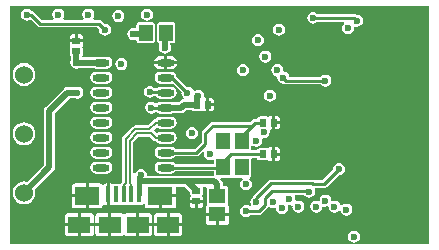
<source format=gbl>
%FSLAX25Y25*%
%MOIN*%
G70*
G01*
G75*
%ADD18C,0.06000*%
%ADD21R,0.02520X0.02362*%
%ADD22R,0.02362X0.02520*%
%ADD28R,0.05512X0.05118*%
%ADD30C,0.01000*%
%ADD34C,0.02000*%
%ADD35C,0.02362*%
%ADD36C,0.01968*%
%ADD37R,0.08268X0.06299*%
%ADD38R,0.01575X0.05315*%
%ADD39R,0.07480X0.05709*%
%ADD40O,0.05709X0.02362*%
%ADD41R,0.04528X0.05512*%
%ADD42R,0.04528X0.05315*%
%ADD43C,0.00811*%
%ADD44C,0.01968*%
%ADD45C,0.01575*%
G36*
X402500Y191004D02*
X377603D01*
X377553Y191504D01*
X378268Y191646D01*
X378919Y192081D01*
X379354Y192732D01*
X379507Y193500D01*
X379354Y194268D01*
X378919Y194919D01*
X378268Y195354D01*
X377500Y195507D01*
X376732Y195354D01*
X376081Y194919D01*
X375646Y194268D01*
X375493Y193500D01*
X375646Y192732D01*
X376081Y192081D01*
X376732Y191646D01*
X377447Y191504D01*
X377397Y191004D01*
X263003D01*
X263003Y270497D01*
X402500Y270497D01*
Y191004D01*
D02*
G37*
%LPC*%
G36*
X288071Y211216D02*
X284437D01*
X284047Y211139D01*
X283716Y210918D01*
X283495Y210587D01*
X283417Y210197D01*
Y207547D01*
X288071D01*
Y211216D01*
D02*
G37*
G36*
X295158Y211216D02*
X294870D01*
X294480Y211139D01*
X294149Y210918D01*
X294074Y210806D01*
X293501D01*
X293426Y210918D01*
X293095Y211139D01*
X292705Y211216D01*
X289071D01*
Y207047D01*
Y202878D01*
X292705D01*
X293095Y202956D01*
X293426Y203177D01*
X293647Y203507D01*
X293724Y203897D01*
X293738Y203906D01*
X293930Y204025D01*
X294224Y204111D01*
X294480Y203940D01*
X294870Y203862D01*
X295158D01*
Y207539D01*
Y211216D01*
D02*
G37*
G36*
X372500Y218007D02*
X371732Y217854D01*
X371081Y217419D01*
X370646Y216768D01*
X370493Y216000D01*
X370518Y215874D01*
X366956Y212313D01*
X364234D01*
X364113Y212394D01*
X363611Y212494D01*
X349681D01*
X349179Y212394D01*
X348753Y212109D01*
X344072Y207428D01*
X343787Y207002D01*
X343687Y206500D01*
Y206490D01*
X343581Y206419D01*
X343146Y205768D01*
X342993Y205000D01*
X343146Y204232D01*
X343220Y204121D01*
X343220Y204116D01*
X342975Y203587D01*
X342720Y203552D01*
X342268Y203854D01*
X341500Y204007D01*
X340732Y203854D01*
X340081Y203419D01*
X339646Y202768D01*
X339493Y202000D01*
X339646Y201232D01*
X340081Y200581D01*
X340732Y200146D01*
X341500Y199993D01*
X342268Y200146D01*
X342919Y200581D01*
X342990Y200687D01*
X345792D01*
X346294Y200787D01*
X346720Y201072D01*
X348609Y202961D01*
X348784Y203223D01*
X348919Y203386D01*
X349400Y203368D01*
X349732Y203146D01*
X350500Y202993D01*
X351003Y203093D01*
X351347Y203028D01*
X351547Y202730D01*
X351646Y202232D01*
X352081Y201581D01*
X352732Y201146D01*
X353500Y200993D01*
X354268Y201146D01*
X354919Y201581D01*
X355354Y202232D01*
X355507Y203000D01*
X355387Y203605D01*
X355661Y203967D01*
X355771Y204038D01*
X356000Y203993D01*
X356605Y204113D01*
X356967Y203839D01*
X357038Y203729D01*
X356993Y203500D01*
X357146Y202732D01*
X357581Y202081D01*
X358232Y201646D01*
X359000Y201493D01*
X359768Y201646D01*
X360419Y202081D01*
X360854Y202732D01*
X361007Y203500D01*
X360854Y204268D01*
X360419Y204919D01*
X359768Y205354D01*
X359000Y205507D01*
X358395Y205387D01*
X358033Y205661D01*
X357962Y205771D01*
X358007Y206000D01*
X357854Y206768D01*
X357748Y206927D01*
X357983Y207368D01*
X360889D01*
X361081Y207081D01*
X361732Y206646D01*
X362500Y206493D01*
X363268Y206646D01*
X363919Y207081D01*
X364354Y207732D01*
X364507Y208500D01*
X364370Y209187D01*
X364614Y209687D01*
X367500D01*
X368002Y209787D01*
X368428Y210072D01*
X372374Y214018D01*
X372500Y213993D01*
X373268Y214146D01*
X373919Y214581D01*
X374354Y215232D01*
X374507Y216000D01*
X374354Y216768D01*
X373919Y217419D01*
X373268Y217854D01*
X372500Y218007D01*
D02*
G37*
G36*
X368000Y207507D02*
X367232Y207354D01*
X366581Y206919D01*
X366146Y206268D01*
X366047Y205770D01*
X365847Y205472D01*
X365503Y205407D01*
X365000Y205507D01*
X364232Y205354D01*
X363581Y204919D01*
X363146Y204268D01*
X362993Y203500D01*
X363146Y202732D01*
X363581Y202081D01*
X364232Y201646D01*
X365000Y201493D01*
X365768Y201646D01*
X366419Y202081D01*
X366854Y202732D01*
X366953Y203230D01*
X367153Y203528D01*
X367497Y203593D01*
X368000Y203493D01*
X368503Y203593D01*
X368847Y203528D01*
X369046Y203230D01*
X369146Y202732D01*
X369581Y202081D01*
X370232Y201646D01*
X371000Y201493D01*
X371768Y201646D01*
X372419Y202081D01*
X372533Y202251D01*
X373063Y202145D01*
X373146Y201732D01*
X373581Y201081D01*
X374232Y200646D01*
X375000Y200493D01*
X375768Y200646D01*
X376419Y201081D01*
X376854Y201732D01*
X377007Y202500D01*
X376854Y203268D01*
X376419Y203919D01*
X375768Y204354D01*
X375000Y204507D01*
X374232Y204354D01*
X373581Y203919D01*
X373467Y203749D01*
X372937Y203855D01*
X372854Y204268D01*
X372419Y204919D01*
X371768Y205354D01*
X371000Y205507D01*
X370497Y205407D01*
X370153Y205472D01*
X369953Y205770D01*
X369854Y206268D01*
X369419Y206919D01*
X368768Y207354D01*
X368000Y207507D01*
D02*
G37*
G36*
X318134Y206547D02*
X313480D01*
Y202878D01*
X317114D01*
X317504Y202956D01*
X317835Y203177D01*
X318056Y203507D01*
X318134Y203898D01*
Y206547D01*
D02*
G37*
G36*
X324500Y204768D02*
X322721D01*
Y204087D01*
X322798Y203696D01*
X323019Y203366D01*
X323350Y203145D01*
X323740Y203067D01*
X324500D01*
Y204768D01*
D02*
G37*
G36*
X327279D02*
X325500D01*
Y203067D01*
X326260D01*
X326650Y203145D01*
X326981Y203366D01*
X327202Y203696D01*
X327279Y204087D01*
Y204768D01*
D02*
G37*
G36*
X294945Y218507D02*
X291598D01*
X290830Y218354D01*
X290179Y217919D01*
X289744Y217268D01*
X289591Y216500D01*
X289744Y215732D01*
X290179Y215081D01*
X290830Y214646D01*
X291598Y214493D01*
X294945D01*
X295713Y214646D01*
X296364Y215081D01*
X296799Y215732D01*
X296952Y216500D01*
X296799Y217268D01*
X296364Y217919D01*
X295713Y218354D01*
X294945Y218507D01*
D02*
G37*
G36*
Y228507D02*
X291598D01*
X290830Y228354D01*
X290179Y227919D01*
X289744Y227268D01*
X289591Y226500D01*
X289744Y225732D01*
X290179Y225081D01*
X290830Y224646D01*
X291598Y224493D01*
X294945D01*
X295713Y224646D01*
X296364Y225081D01*
X296799Y225732D01*
X296952Y226500D01*
X296799Y227268D01*
X296364Y227919D01*
X295713Y228354D01*
X294945Y228507D01*
D02*
G37*
G36*
X323500Y230007D02*
X322732Y229854D01*
X322081Y229419D01*
X321646Y228768D01*
X321493Y228000D01*
X321646Y227232D01*
X322081Y226581D01*
X322732Y226146D01*
X323500Y225993D01*
X324268Y226146D01*
X324919Y226581D01*
X325354Y227232D01*
X325507Y228000D01*
X325354Y228768D01*
X324919Y229419D01*
X324268Y229854D01*
X323500Y230007D01*
D02*
G37*
G36*
X352933Y231000D02*
X351232D01*
Y229221D01*
X351913D01*
X352304Y229298D01*
X352634Y229519D01*
X352855Y229850D01*
X352933Y230240D01*
Y231000D01*
D02*
G37*
G36*
X267500Y231635D02*
X266511Y231505D01*
X265590Y231123D01*
X264799Y230516D01*
X264192Y229725D01*
X263810Y228804D01*
X263680Y227815D01*
X263810Y226826D01*
X264192Y225905D01*
X264799Y225114D01*
X265590Y224507D01*
X266511Y224125D01*
X267500Y223995D01*
X268489Y224125D01*
X269410Y224507D01*
X270201Y225114D01*
X270808Y225905D01*
X271190Y226826D01*
X271320Y227815D01*
X271190Y228804D01*
X270808Y229725D01*
X270201Y230516D01*
X269410Y231123D01*
X268489Y231505D01*
X267500Y231635D01*
D02*
G37*
G36*
X352933Y220500D02*
X351232D01*
Y218721D01*
X351913D01*
X352304Y218798D01*
X352634Y219019D01*
X352855Y219350D01*
X352933Y219740D01*
Y220500D01*
D02*
G37*
G36*
X294945Y223507D02*
X291598D01*
X290830Y223354D01*
X290179Y222919D01*
X289744Y222268D01*
X289591Y221500D01*
X289744Y220732D01*
X290179Y220081D01*
X290830Y219646D01*
X291598Y219493D01*
X294945D01*
X295713Y219646D01*
X296364Y220081D01*
X296799Y220732D01*
X296952Y221500D01*
X296799Y222268D01*
X296364Y222919D01*
X295713Y223354D01*
X294945Y223507D01*
D02*
G37*
G36*
X351913Y223279D02*
X351232D01*
Y221500D01*
X352933D01*
Y222260D01*
X352855Y222650D01*
X352634Y222981D01*
X352304Y223202D01*
X351913Y223279D01*
D02*
G37*
G36*
X288071Y206547D02*
X283417D01*
Y203898D01*
X283495Y203507D01*
X283716Y203177D01*
X284047Y202956D01*
X284437Y202878D01*
X288071D01*
Y206547D01*
D02*
G37*
G36*
X315039Y197000D02*
X310780D01*
Y194646D01*
X310857Y194255D01*
X311078Y193925D01*
X311409Y193704D01*
X311799Y193626D01*
X315039D01*
Y197000D01*
D02*
G37*
G36*
X320299D02*
X316039D01*
Y193626D01*
X319280D01*
X319670Y193704D01*
X320001Y193925D01*
X320221Y194255D01*
X320299Y194646D01*
Y197000D01*
D02*
G37*
G36*
X331500Y200350D02*
X328224D01*
Y198291D01*
X328302Y197901D01*
X328523Y197570D01*
X328854Y197349D01*
X329244Y197272D01*
X331500D01*
Y200350D01*
D02*
G37*
G36*
X310260Y197000D02*
X306000D01*
Y193626D01*
X309240D01*
X309630Y193704D01*
X309961Y193925D01*
X310182Y194255D01*
X310260Y194646D01*
Y197000D01*
D02*
G37*
G36*
X285512D02*
X281252D01*
Y194646D01*
X281330Y194255D01*
X281551Y193925D01*
X281881Y193704D01*
X282272Y193626D01*
X285512D01*
Y197000D01*
D02*
G37*
G36*
X290772D02*
X286512D01*
Y193626D01*
X289752D01*
X290142Y193704D01*
X290473Y193925D01*
X290694Y194255D01*
X290772Y194646D01*
Y197000D01*
D02*
G37*
G36*
X295551D02*
X291291D01*
Y194646D01*
X291369Y194255D01*
X291590Y193925D01*
X291921Y193704D01*
X292311Y193626D01*
X295551D01*
Y197000D01*
D02*
G37*
G36*
X335775Y200350D02*
X332500D01*
Y197272D01*
X334756D01*
X335146Y197349D01*
X335477Y197570D01*
X335698Y197901D01*
X335775Y198291D01*
Y200350D01*
D02*
G37*
G36*
X319280Y201374D02*
X316039D01*
Y198000D01*
X320299D01*
Y200354D01*
X320221Y200745D01*
X320001Y201075D01*
X319670Y201296D01*
X319280Y201374D01*
D02*
G37*
G36*
X309240D02*
X306000D01*
Y198000D01*
X310260D01*
Y200354D01*
X310182Y200745D01*
X309961Y201075D01*
X309630Y201296D01*
X309240Y201374D01*
D02*
G37*
G36*
X305000D02*
X301760D01*
X301370Y201296D01*
X301039Y201075D01*
X300512D01*
X300182Y201296D01*
X299791Y201374D01*
X296551D01*
Y197500D01*
Y193626D01*
X299791D01*
X300182Y193704D01*
X300512Y193925D01*
X301039D01*
X301370Y193704D01*
X301760Y193626D01*
X305000D01*
Y197500D01*
Y201374D01*
D02*
G37*
G36*
X289752D02*
X286512D01*
Y198000D01*
X290772D01*
Y200354D01*
X290694Y200745D01*
X290473Y201075D01*
X290142Y201296D01*
X289752Y201374D01*
D02*
G37*
G36*
X295551D02*
X292311D01*
X291921Y201296D01*
X291590Y201075D01*
X291369Y200745D01*
X291291Y200354D01*
Y198000D01*
X295551D01*
Y201374D01*
D02*
G37*
G36*
X315039D02*
X311799D01*
X311409Y201296D01*
X311078Y201075D01*
X310857Y200745D01*
X310780Y200354D01*
Y198000D01*
X315039D01*
Y201374D01*
D02*
G37*
G36*
X285512D02*
X282272D01*
X281881Y201296D01*
X281551Y201075D01*
X281330Y200745D01*
X281252Y200354D01*
Y198000D01*
X285512D01*
Y201374D01*
D02*
G37*
G36*
X316402Y253724D02*
X315228D01*
Y252000D01*
X318526D01*
X318456Y252351D01*
X317974Y253073D01*
X317253Y253555D01*
X316402Y253724D01*
D02*
G37*
G36*
X314228D02*
X313055D01*
X312204Y253555D01*
X311483Y253073D01*
X311001Y252351D01*
X310931Y252000D01*
X314228D01*
Y253724D01*
D02*
G37*
G36*
X345500Y261007D02*
X344732Y260854D01*
X344081Y260419D01*
X343646Y259768D01*
X343493Y259000D01*
X343646Y258232D01*
X344081Y257581D01*
X344732Y257146D01*
X345500Y256993D01*
X346268Y257146D01*
X346919Y257581D01*
X347354Y258232D01*
X347507Y259000D01*
X347354Y259768D01*
X346919Y260419D01*
X346268Y260854D01*
X345500Y261007D01*
D02*
G37*
G36*
X317209Y264960D02*
X312681D01*
X312374Y264899D01*
X312113Y264725D01*
X311939Y264465D01*
X311878Y264158D01*
Y258842D01*
X311939Y258535D01*
X312113Y258275D01*
X312374Y258101D01*
X312678Y258040D01*
Y257316D01*
X312646Y257268D01*
X312493Y256500D01*
X312646Y255732D01*
X313081Y255081D01*
X313732Y254646D01*
X314500Y254493D01*
X315268Y254646D01*
X315919Y255081D01*
X316354Y255732D01*
X316507Y256500D01*
X316354Y257268D01*
X316322Y257316D01*
Y258040D01*
X317209D01*
X317516Y258101D01*
X317776Y258275D01*
X317950Y258535D01*
X318011Y258842D01*
Y264158D01*
X317950Y264465D01*
X317776Y264725D01*
X317516Y264899D01*
X317209Y264960D01*
D02*
G37*
G36*
X318526Y251000D02*
X315228D01*
Y249276D01*
X316402D01*
X317253Y249445D01*
X317974Y249927D01*
X318456Y250649D01*
X318526Y251000D01*
D02*
G37*
G36*
X314228D02*
X310931D01*
X311001Y250649D01*
X311483Y249927D01*
X312204Y249445D01*
X313055Y249276D01*
X314228D01*
Y251000D01*
D02*
G37*
G36*
X348000Y255507D02*
X347232Y255354D01*
X346581Y254919D01*
X346146Y254268D01*
X345993Y253500D01*
X346146Y252732D01*
X346581Y252081D01*
X347232Y251646D01*
X348000Y251493D01*
X348768Y251646D01*
X349419Y252081D01*
X349854Y252732D01*
X350007Y253500D01*
X349854Y254268D01*
X349419Y254919D01*
X348768Y255354D01*
X348000Y255507D01*
D02*
G37*
G36*
X287279Y258232D02*
X285000D01*
X282721D01*
Y257551D01*
X282798Y257161D01*
X283019Y256830D01*
X283039Y256817D01*
X282998Y256756D01*
X282937Y256449D01*
Y254087D01*
X282998Y253779D01*
X283172Y253519D01*
X283178Y253516D01*
Y252316D01*
X283146Y252268D01*
X282993Y251500D01*
X283146Y250732D01*
X283581Y250081D01*
X284232Y249646D01*
X285000Y249493D01*
X285768Y249646D01*
X285840Y249694D01*
X290759D01*
X290830Y249646D01*
X291598Y249493D01*
X294945D01*
X295713Y249646D01*
X296364Y250081D01*
X296799Y250732D01*
X296952Y251500D01*
X296799Y252268D01*
X296364Y252919D01*
X295713Y253354D01*
X294945Y253507D01*
X291598D01*
X290830Y253354D01*
X290759Y253306D01*
X287287D01*
X287006Y253772D01*
X287007Y253806D01*
X287063Y254087D01*
Y256449D01*
X287002Y256756D01*
X286961Y256817D01*
X286981Y256830D01*
X287202Y257161D01*
X287279Y257551D01*
Y258232D01*
D02*
G37*
G36*
X299000Y269007D02*
X298232Y268854D01*
X297581Y268419D01*
X297146Y267768D01*
X296993Y267000D01*
X297146Y266232D01*
X297581Y265581D01*
X298232Y265146D01*
X299000Y264993D01*
X299768Y265146D01*
X300419Y265581D01*
X300854Y266232D01*
X301007Y267000D01*
X300854Y267768D01*
X300419Y268419D01*
X299768Y268854D01*
X299000Y269007D01*
D02*
G37*
G36*
X363874Y268381D02*
X363106Y268228D01*
X362455Y267793D01*
X362020Y267142D01*
X361867Y266374D01*
X362020Y265606D01*
X362455Y264955D01*
X363106Y264520D01*
X363874Y264367D01*
X364642Y264520D01*
X365293Y264955D01*
X365364Y265061D01*
X374142D01*
X374294Y264561D01*
X374081Y264419D01*
X373646Y263768D01*
X373493Y263000D01*
X373646Y262232D01*
X374081Y261581D01*
X374732Y261146D01*
X375500Y260993D01*
X376268Y261146D01*
X376919Y261581D01*
X377354Y262232D01*
X377507Y263000D01*
X377462Y263229D01*
X377533Y263339D01*
X377895Y263613D01*
X378500Y263493D01*
X379268Y263646D01*
X379919Y264081D01*
X380354Y264732D01*
X380507Y265500D01*
X380354Y266268D01*
X379919Y266919D01*
X379268Y267354D01*
X378500Y267507D01*
X378305Y267468D01*
X378128Y267587D01*
X377626Y267687D01*
X365364D01*
X365293Y267793D01*
X364642Y268228D01*
X363874Y268381D01*
D02*
G37*
G36*
X289000Y269507D02*
X288232Y269354D01*
X287581Y268919D01*
X287146Y268268D01*
X286993Y267500D01*
X287146Y266732D01*
X287426Y266313D01*
X287159Y265813D01*
X280841D01*
X280574Y266313D01*
X280854Y266732D01*
X281007Y267500D01*
X280854Y268268D01*
X280419Y268919D01*
X279768Y269354D01*
X279000Y269507D01*
X278232Y269354D01*
X277581Y268919D01*
X277146Y268268D01*
X276993Y267500D01*
X277146Y266732D01*
X277426Y266313D01*
X277159Y265813D01*
X273544D01*
X270928Y268428D01*
X270502Y268713D01*
X270000Y268813D01*
X269990D01*
X269919Y268919D01*
X269268Y269354D01*
X268500Y269507D01*
X267732Y269354D01*
X267081Y268919D01*
X266646Y268268D01*
X266493Y267500D01*
X266646Y266732D01*
X267081Y266081D01*
X267732Y265646D01*
X268500Y265493D01*
X269268Y265646D01*
X269706Y265938D01*
X272072Y263572D01*
X272498Y263287D01*
X273000Y263187D01*
X291956D01*
X292518Y262626D01*
X292493Y262500D01*
X292646Y261732D01*
X293081Y261081D01*
X293732Y260646D01*
X294500Y260493D01*
X295268Y260646D01*
X295919Y261081D01*
X296354Y261732D01*
X296507Y262500D01*
X296354Y263268D01*
X295919Y263919D01*
X295268Y264354D01*
X294500Y264507D01*
X294374Y264482D01*
X293428Y265428D01*
X293002Y265713D01*
X292500Y265813D01*
X290841D01*
X290574Y266313D01*
X290854Y266732D01*
X291007Y267500D01*
X290854Y268268D01*
X290419Y268919D01*
X289768Y269354D01*
X289000Y269507D01*
D02*
G37*
G36*
X308500D02*
X307732Y269354D01*
X307081Y268919D01*
X306646Y268268D01*
X306493Y267500D01*
X306646Y266732D01*
X307081Y266081D01*
X307732Y265646D01*
X308500Y265493D01*
X309268Y265646D01*
X309919Y266081D01*
X310354Y266732D01*
X310507Y267500D01*
X310354Y268268D01*
X309919Y268919D01*
X309268Y269354D01*
X308500Y269507D01*
D02*
G37*
G36*
X286260Y260933D02*
X285500D01*
Y259232D01*
X287279D01*
Y259913D01*
X287202Y260304D01*
X286981Y260634D01*
X286650Y260855D01*
X286260Y260933D01*
D02*
G37*
G36*
X284500D02*
X283740D01*
X283350Y260855D01*
X283019Y260634D01*
X282798Y260304D01*
X282721Y259913D01*
Y259232D01*
X284500D01*
Y260933D01*
D02*
G37*
G36*
X310319Y264960D02*
X305791D01*
X305484Y264899D01*
X305224Y264725D01*
X305050Y264465D01*
X304989Y264158D01*
Y263281D01*
X304973Y263252D01*
X304488Y262910D01*
X304000Y263007D01*
X303232Y262854D01*
X302581Y262419D01*
X302146Y261768D01*
X301993Y261000D01*
X302146Y260232D01*
X302581Y259581D01*
X303232Y259146D01*
X304000Y258993D01*
X304488Y259090D01*
X304746Y258962D01*
X304988Y258765D01*
X305012Y258723D01*
X305050Y258535D01*
X305224Y258275D01*
X305484Y258101D01*
X305791Y258040D01*
X310319D01*
X310626Y258101D01*
X310887Y258275D01*
X311061Y258535D01*
X311122Y258842D01*
Y264158D01*
X311061Y264465D01*
X310887Y264725D01*
X310626Y264899D01*
X310319Y264960D01*
D02*
G37*
G36*
X352500Y264507D02*
X351732Y264354D01*
X351081Y263919D01*
X350646Y263268D01*
X350493Y262500D01*
X350646Y261732D01*
X351081Y261081D01*
X351732Y260646D01*
X352500Y260493D01*
X353268Y260646D01*
X353919Y261081D01*
X354354Y261732D01*
X354507Y262500D01*
X354354Y263268D01*
X353919Y263919D01*
X353268Y264354D01*
X352500Y264507D01*
D02*
G37*
G36*
X329913Y239779D02*
X329232D01*
Y238000D01*
X330933D01*
Y238760D01*
X330855Y239150D01*
X330634Y239481D01*
X330304Y239702D01*
X329913Y239779D01*
D02*
G37*
G36*
X330933Y237000D02*
X329232D01*
Y235221D01*
X329913D01*
X330304Y235298D01*
X330634Y235519D01*
X330855Y235850D01*
X330933Y236240D01*
Y237000D01*
D02*
G37*
G36*
X349500Y242507D02*
X348732Y242354D01*
X348081Y241919D01*
X347646Y241268D01*
X347493Y240500D01*
X347646Y239732D01*
X348081Y239081D01*
X348732Y238646D01*
X349500Y238493D01*
X350268Y238646D01*
X350919Y239081D01*
X351354Y239732D01*
X351507Y240500D01*
X351354Y241268D01*
X350919Y241919D01*
X350268Y242354D01*
X349500Y242507D01*
D02*
G37*
G36*
X316402Y248507D02*
X313055D01*
X312287Y248354D01*
X311636Y247919D01*
X311201Y247268D01*
X311048Y246500D01*
X311201Y245732D01*
X311636Y245081D01*
X312287Y244646D01*
X313055Y244493D01*
X316402D01*
X317026Y244617D01*
X320018Y241626D01*
X319993Y241500D01*
X320146Y240732D01*
X320581Y240081D01*
X320980Y239814D01*
X320985Y239694D01*
X320858Y239294D01*
X320303Y239184D01*
X319711Y238789D01*
X319711Y238789D01*
X319245Y238322D01*
X317217D01*
X317170Y238354D01*
X316402Y238507D01*
X313055D01*
X312287Y238354D01*
X311902Y238097D01*
X311528Y237959D01*
X311153Y238097D01*
X310768Y238354D01*
X310000Y238507D01*
X309232Y238354D01*
X308581Y237919D01*
X308146Y237268D01*
X307993Y236500D01*
X308146Y235732D01*
X308581Y235081D01*
X309232Y234646D01*
X310000Y234493D01*
X310768Y234646D01*
X311153Y234903D01*
X311528Y235041D01*
X311902Y234903D01*
X312287Y234646D01*
X313055Y234493D01*
X316402D01*
X317170Y234646D01*
X317217Y234678D01*
X320000D01*
X320000Y234678D01*
X320697Y234816D01*
X321289Y235211D01*
X321755Y235678D01*
X323516D01*
X323519Y235672D01*
X323779Y235498D01*
X324087Y235437D01*
X326449D01*
X326756Y235498D01*
X326817Y235539D01*
X326830Y235519D01*
X327161Y235298D01*
X327551Y235221D01*
X328232D01*
Y237500D01*
Y239779D01*
X327873D01*
X327455Y240240D01*
X327507Y240500D01*
X327354Y241268D01*
X326919Y241919D01*
X326268Y242354D01*
X325500Y242507D01*
X324732Y242354D01*
X324392Y242127D01*
X323854Y242268D01*
X323419Y242919D01*
X322768Y243354D01*
X322000Y243507D01*
X321874Y243482D01*
X318298Y247059D01*
X318256Y247268D01*
X317821Y247919D01*
X317170Y248354D01*
X316402Y248507D01*
D02*
G37*
G36*
X351913Y233779D02*
X351232D01*
Y232000D01*
X352933D01*
Y232760D01*
X352855Y233150D01*
X352634Y233481D01*
X352304Y233702D01*
X351913Y233779D01*
D02*
G37*
G36*
X294945Y233507D02*
X291598D01*
X290830Y233354D01*
X290179Y232919D01*
X289744Y232268D01*
X289591Y231500D01*
X289744Y230732D01*
X290179Y230081D01*
X290830Y229646D01*
X291598Y229493D01*
X294945D01*
X295713Y229646D01*
X296364Y230081D01*
X296799Y230732D01*
X296952Y231500D01*
X296799Y232268D01*
X296364Y232919D01*
X295713Y233354D01*
X294945Y233507D01*
D02*
G37*
G36*
Y238507D02*
X291598D01*
X290830Y238354D01*
X290179Y237919D01*
X289744Y237268D01*
X289591Y236500D01*
X289744Y235732D01*
X290179Y235081D01*
X290830Y234646D01*
X291598Y234493D01*
X294945D01*
X295713Y234646D01*
X296364Y235081D01*
X296799Y235732D01*
X296952Y236500D01*
X296799Y237268D01*
X296364Y237919D01*
X295713Y238354D01*
X294945Y238507D01*
D02*
G37*
G36*
X350232Y233779D02*
X349551D01*
X349161Y233702D01*
X348830Y233481D01*
X348817Y233461D01*
X348756Y233502D01*
X348449Y233563D01*
X346087D01*
X345779Y233502D01*
X345519Y233328D01*
X345345Y233067D01*
X345294Y232813D01*
X344500D01*
X343998Y232713D01*
X343572Y232428D01*
X342956Y231813D01*
X330500D01*
X329998Y231713D01*
X329572Y231428D01*
X327072Y228928D01*
X326787Y228502D01*
X326687Y228000D01*
Y225044D01*
X324456Y222813D01*
X317892D01*
X317821Y222919D01*
X317170Y223354D01*
X316402Y223507D01*
X313055D01*
X312287Y223354D01*
X311636Y222919D01*
X311201Y222268D01*
X311048Y221500D01*
X311201Y220732D01*
X311636Y220081D01*
X312287Y219646D01*
X313055Y219493D01*
X316402D01*
X317170Y219646D01*
X317821Y220081D01*
X317892Y220187D01*
X325000D01*
X325502Y220287D01*
X325928Y220572D01*
X327139Y221782D01*
X327600Y221536D01*
X327493Y221000D01*
X327646Y220232D01*
X328081Y219581D01*
X328732Y219146D01*
X329500Y218993D01*
X330268Y219146D01*
X330284Y219156D01*
X330784Y218889D01*
Y217813D01*
X317892D01*
X317821Y217919D01*
X317170Y218354D01*
X316402Y218507D01*
X313055D01*
X312287Y218354D01*
X311636Y217919D01*
X311201Y217268D01*
X311048Y216500D01*
X311201Y215732D01*
X311636Y215081D01*
X312287Y214646D01*
X313055Y214493D01*
X316402D01*
X317170Y214646D01*
X317821Y215081D01*
X317892Y215187D01*
X330784D01*
Y213913D01*
X330709Y213822D01*
X322000D01*
X322000Y213822D01*
X322000Y213822D01*
X308653D01*
X308507Y214000D01*
X308354Y214768D01*
X307919Y215419D01*
X307268Y215854D01*
X306500Y216007D01*
X305732Y215854D01*
X305081Y215419D01*
X304646Y214768D01*
X304578Y214428D01*
X304427Y214323D01*
X303927Y214584D01*
Y224996D01*
X305714Y226784D01*
X309465D01*
X310609Y225640D01*
X311003Y225376D01*
X311469Y225284D01*
X311500D01*
X311636Y225081D01*
X312287Y224646D01*
X313055Y224493D01*
X316402D01*
X317170Y224646D01*
X317821Y225081D01*
X318256Y225732D01*
X318409Y226500D01*
X318256Y227268D01*
X317821Y227919D01*
X317170Y228354D01*
X316402Y228507D01*
X313055D01*
X312287Y228354D01*
X311716Y227973D01*
X310828Y228860D01*
X310804Y229115D01*
X311716Y230027D01*
X312287Y229646D01*
X313055Y229493D01*
X316402D01*
X317170Y229646D01*
X317821Y230081D01*
X318256Y230732D01*
X318409Y231500D01*
X318256Y232268D01*
X317821Y232919D01*
X317170Y233354D01*
X316402Y233507D01*
X313055D01*
X312287Y233354D01*
X311636Y232919D01*
X311500Y232716D01*
X311469D01*
X311003Y232624D01*
X310609Y232360D01*
X308776Y230527D01*
X304668D01*
X304202Y230435D01*
X303807Y230171D01*
X300540Y226903D01*
X300276Y226508D01*
X300183Y226043D01*
Y211730D01*
X299916Y211462D01*
X299652Y211068D01*
X299131Y210974D01*
X299004Y211000D01*
X297429D01*
X297132Y210941D01*
X296835Y211139D01*
X296445Y211216D01*
X296158D01*
Y207539D01*
Y203862D01*
X296445D01*
X296835Y203940D01*
X297132Y204138D01*
X297429Y204079D01*
X299004D01*
X299311Y204140D01*
X299496Y204264D01*
X299681Y204140D01*
X299988Y204079D01*
X301563D01*
X301870Y204140D01*
X302055Y204264D01*
X302240Y204140D01*
X302547Y204079D01*
X304122D01*
X304429Y204140D01*
X304614Y204264D01*
X304799Y204140D01*
X305106Y204079D01*
X306681D01*
X306988Y204140D01*
X307249Y204314D01*
X307327Y204431D01*
X307827Y204279D01*
Y203898D01*
X307905Y203507D01*
X308125Y203177D01*
X308456Y202956D01*
X308846Y202878D01*
X312480D01*
Y207047D01*
X312980D01*
Y207547D01*
X318134D01*
Y210178D01*
X321245D01*
X322937Y208485D01*
Y207551D01*
X322998Y207244D01*
X323039Y207183D01*
X323019Y207170D01*
X322798Y206839D01*
X322721Y206449D01*
Y205768D01*
X327279D01*
Y206449D01*
X327202Y206839D01*
X326981Y207170D01*
X326961Y207183D01*
X327002Y207244D01*
X327063Y207551D01*
Y209913D01*
X327279Y210178D01*
X328055D01*
X328441Y209709D01*
Y204591D01*
X328502Y204283D01*
X328579Y204168D01*
X328523Y204130D01*
X328302Y203800D01*
X328224Y203409D01*
Y201350D01*
X335775D01*
Y203409D01*
X335698Y203800D01*
X335477Y204130D01*
X335421Y204168D01*
X335498Y204283D01*
X335559Y204591D01*
Y209709D01*
X335498Y210016D01*
X335324Y210276D01*
X335063Y210450D01*
X334756Y210511D01*
X333822D01*
Y211000D01*
X333684Y211697D01*
X333289Y212289D01*
X333289Y212289D01*
X332929Y212649D01*
X333120Y213111D01*
X336114D01*
X336421Y213172D01*
X336682Y213346D01*
X336715Y213395D01*
X337285D01*
X337318Y213346D01*
X337579Y213172D01*
X337886Y213111D01*
X340215D01*
X340367Y212611D01*
X340081Y212419D01*
X339646Y211768D01*
X339493Y211000D01*
X339646Y210232D01*
X340081Y209581D01*
X340732Y209146D01*
X341500Y208993D01*
X342268Y209146D01*
X342919Y209581D01*
X343354Y210232D01*
X343507Y211000D01*
X343354Y211768D01*
X342919Y212419D01*
X342594Y212637D01*
X342699Y213168D01*
X342721Y213172D01*
X342981Y213346D01*
X343155Y213606D01*
X343216Y213913D01*
Y219425D01*
X343431Y219687D01*
X345294D01*
X345345Y219433D01*
X345519Y219173D01*
X345779Y218998D01*
X346087Y218937D01*
X348449D01*
X348756Y218998D01*
X348817Y219039D01*
X348830Y219019D01*
X349161Y218798D01*
X349551Y218721D01*
X350232D01*
Y221000D01*
Y223279D01*
X349551D01*
X349161Y223202D01*
X348830Y222981D01*
X348817Y222961D01*
X348756Y223002D01*
X348449Y223063D01*
X346087D01*
X345779Y223002D01*
X345519Y222828D01*
X345345Y222567D01*
X345294Y222313D01*
X343431D01*
X343216Y222575D01*
Y223795D01*
X343716Y223990D01*
X344232Y223646D01*
X345000Y223493D01*
X345768Y223646D01*
X346419Y224081D01*
X346854Y224732D01*
X347007Y225500D01*
X346936Y225856D01*
X347361Y226281D01*
X347446Y226265D01*
X348214Y226417D01*
X348866Y226852D01*
X349301Y227504D01*
X349453Y228272D01*
X349358Y228749D01*
X349408Y228870D01*
X349735Y229220D01*
X349736Y229221D01*
X350232D01*
Y231500D01*
Y233779D01*
D02*
G37*
G36*
X294945Y248507D02*
X291598D01*
X290830Y248354D01*
X290179Y247919D01*
X289744Y247268D01*
X289591Y246500D01*
X289744Y245732D01*
X290179Y245081D01*
X290830Y244646D01*
X291598Y244493D01*
X294945D01*
X295713Y244646D01*
X296364Y245081D01*
X296799Y245732D01*
X296952Y246500D01*
X296799Y247268D01*
X296364Y247919D01*
X295713Y248354D01*
X294945Y248507D01*
D02*
G37*
G36*
X267500Y251320D02*
X266511Y251190D01*
X265590Y250808D01*
X264799Y250201D01*
X264192Y249410D01*
X263810Y248489D01*
X263680Y247500D01*
X263810Y246511D01*
X264192Y245590D01*
X264799Y244799D01*
X265590Y244192D01*
X266511Y243810D01*
X267500Y243680D01*
X268489Y243810D01*
X269410Y244192D01*
X270201Y244799D01*
X270808Y245590D01*
X271190Y246511D01*
X271320Y247500D01*
X271190Y248489D01*
X270808Y249410D01*
X270201Y250201D01*
X269410Y250808D01*
X268489Y251190D01*
X267500Y251320D01*
D02*
G37*
G36*
X300000Y253007D02*
X299232Y252854D01*
X298581Y252419D01*
X298146Y251768D01*
X297993Y251000D01*
X298146Y250232D01*
X298581Y249581D01*
X299232Y249146D01*
X300000Y248993D01*
X300768Y249146D01*
X301419Y249581D01*
X301854Y250232D01*
X302007Y251000D01*
X301854Y251768D01*
X301419Y252419D01*
X300768Y252854D01*
X300000Y253007D01*
D02*
G37*
G36*
X340500Y251007D02*
X339732Y250854D01*
X339081Y250419D01*
X338646Y249768D01*
X338493Y249000D01*
X338646Y248232D01*
X339081Y247581D01*
X339732Y247146D01*
X340500Y246993D01*
X341268Y247146D01*
X341919Y247581D01*
X342354Y248232D01*
X342507Y249000D01*
X342354Y249768D01*
X341919Y250419D01*
X341268Y250854D01*
X340500Y251007D01*
D02*
G37*
G36*
X309500Y243757D02*
X308732Y243604D01*
X308081Y243169D01*
X307646Y242518D01*
X307493Y241750D01*
X307646Y240982D01*
X308081Y240331D01*
X308732Y239896D01*
X309500Y239743D01*
X310268Y239896D01*
X310919Y240331D01*
X310941Y240364D01*
X311447D01*
X311636Y240081D01*
X312287Y239646D01*
X313055Y239493D01*
X316402D01*
X317170Y239646D01*
X317821Y240081D01*
X318256Y240732D01*
X318409Y241500D01*
X318256Y242268D01*
X317821Y242919D01*
X317170Y243354D01*
X316402Y243507D01*
X313055D01*
X312287Y243354D01*
X311851Y243063D01*
X310990D01*
X310919Y243169D01*
X310268Y243604D01*
X309500Y243757D01*
D02*
G37*
G36*
X294945Y243507D02*
X291598D01*
X290830Y243354D01*
X290179Y242919D01*
X289744Y242268D01*
X289591Y241500D01*
X289744Y240732D01*
X290179Y240081D01*
X290830Y239646D01*
X291598Y239493D01*
X294945D01*
X295713Y239646D01*
X296364Y240081D01*
X296799Y240732D01*
X296952Y241500D01*
X296799Y242268D01*
X296364Y242919D01*
X295713Y243354D01*
X294945Y243507D01*
D02*
G37*
G36*
X352000Y251007D02*
X351232Y250854D01*
X350581Y250419D01*
X350146Y249768D01*
X349993Y249000D01*
X350146Y248232D01*
X350581Y247581D01*
X351232Y247146D01*
X351597Y247073D01*
X351997Y246521D01*
X351993Y246500D01*
X352146Y245732D01*
X352581Y245081D01*
X353232Y244646D01*
X354000Y244493D01*
X354146Y244522D01*
X354498Y244287D01*
X355000Y244187D01*
X366510D01*
X366581Y244081D01*
X367232Y243646D01*
X368000Y243493D01*
X368768Y243646D01*
X369419Y244081D01*
X369854Y244732D01*
X370007Y245500D01*
X369854Y246268D01*
X369419Y246919D01*
X368768Y247354D01*
X368000Y247507D01*
X367232Y247354D01*
X366581Y246919D01*
X366510Y246813D01*
X355945D01*
X355854Y247268D01*
X355419Y247919D01*
X354768Y248354D01*
X354403Y248427D01*
X354003Y248979D01*
X354007Y249000D01*
X353854Y249768D01*
X353419Y250419D01*
X352768Y250854D01*
X352000Y251007D01*
D02*
G37*
G36*
X285299Y243507D02*
X284531Y243354D01*
X284483Y243322D01*
X282000D01*
X282000Y243322D01*
X281303Y243184D01*
X280711Y242789D01*
X280711Y242789D01*
X274711Y236789D01*
X274316Y236197D01*
X274178Y235500D01*
X274178Y235500D01*
Y217385D01*
X268576Y211784D01*
X268489Y211820D01*
X267500Y211950D01*
X266511Y211820D01*
X265590Y211438D01*
X264799Y210831D01*
X264192Y210040D01*
X263810Y209119D01*
X263680Y208130D01*
X263810Y207141D01*
X264192Y206220D01*
X264799Y205429D01*
X265590Y204822D01*
X266511Y204440D01*
X267500Y204310D01*
X268489Y204440D01*
X269410Y204822D01*
X270201Y205429D01*
X270808Y206220D01*
X271190Y207141D01*
X271320Y208130D01*
X271190Y209119D01*
X271154Y209206D01*
X277289Y215341D01*
X277289Y215341D01*
X277684Y215932D01*
X277822Y216630D01*
X277822Y216630D01*
Y234745D01*
X282755Y239678D01*
X284483D01*
X284531Y239646D01*
X285299Y239493D01*
X286067Y239646D01*
X286718Y240081D01*
X287154Y240732D01*
X287306Y241500D01*
X287154Y242268D01*
X286718Y242919D01*
X286067Y243354D01*
X285299Y243507D01*
D02*
G37*
%LPD*%
D18*
X267500Y247500D02*
D03*
Y227815D02*
D03*
Y208130D02*
D03*
D21*
X325000Y208732D02*
D03*
Y205268D02*
D03*
X285000Y255268D02*
D03*
Y258732D02*
D03*
D22*
X347268Y231500D02*
D03*
X350732D02*
D03*
X347268Y221000D02*
D03*
X350732D02*
D03*
X325268Y237500D02*
D03*
X328732D02*
D03*
D28*
X332000Y207150D02*
D03*
Y200850D02*
D03*
D30*
X377626Y266374D02*
X378500Y265500D01*
X363874Y266374D02*
X377626D01*
X355000Y245500D02*
X368000D01*
X354000Y246500D02*
X355000Y245500D01*
X367500Y211000D02*
X372500Y216000D01*
X340150Y225331D02*
Y227150D01*
X344500Y231500D02*
X347268D01*
X333850Y216669D02*
Y218350D01*
X336500Y221000D01*
X347268D01*
X314728Y216500D02*
X333681D01*
X333850Y216669D01*
X314728Y221500D02*
X325000D01*
X330500Y230500D02*
X343500D01*
X340150Y227150D02*
X343500Y230500D01*
X344500Y231500D01*
X307555Y261000D02*
X308055Y261500D01*
X325000Y208732D02*
Y209000D01*
X314500Y261055D02*
X314945Y261500D01*
X363611Y211181D02*
X363792Y211000D01*
X367500D01*
X349681Y211181D02*
X363611D01*
X362319Y208681D02*
X362500Y208500D01*
X350181Y208681D02*
X362319D01*
X345000Y206500D02*
X349681Y211181D01*
X345000Y205000D02*
Y206500D01*
X347681Y206181D02*
X350181Y208681D01*
X347681Y203889D02*
Y206181D01*
X345792Y202000D02*
X347681Y203889D01*
X341500Y202000D02*
X345792D01*
X292500Y264500D02*
X294500Y262500D01*
X273000Y264500D02*
X292500D01*
X270000Y267500D02*
X273000Y264500D01*
X268500Y267500D02*
X270000D01*
X310000Y236500D02*
X314728D01*
Y246500D02*
X317000D01*
X322000Y241500D01*
X328000Y228000D02*
X330500Y230500D01*
X325000Y221500D02*
X328000Y224500D01*
Y228000D01*
X325268Y240268D02*
X325500Y240500D01*
X305894Y211394D02*
X306500Y212000D01*
X314478Y241750D02*
X314728Y241500D01*
X309500Y241750D02*
X314478D01*
D34*
X267500Y208130D02*
X276000Y216630D01*
Y235500D01*
X282000Y241500D01*
X285299D01*
X304000Y261000D02*
X307555D01*
X314728Y236500D02*
X320000D01*
X321000Y237500D01*
X325268D01*
X331000Y212000D02*
X332000Y211000D01*
Y207150D02*
Y211000D01*
X322000Y212000D02*
X325000Y209000D01*
X322000Y212000D02*
X331000D01*
X314500Y256500D02*
Y261055D01*
X325268Y237500D02*
Y240268D01*
X285000Y251500D02*
Y255268D01*
X306500Y212000D02*
X322000D01*
D35*
X378500Y265500D02*
D03*
X363874Y266374D02*
D03*
X365000Y203500D02*
D03*
X368000Y205500D02*
D03*
X375000Y202500D02*
D03*
X289000Y267500D02*
D03*
X279000D02*
D03*
X371000Y203500D02*
D03*
X352000Y249000D02*
D03*
X345500Y259000D02*
D03*
X348000Y253500D02*
D03*
X352500Y262500D02*
D03*
X368000Y245500D02*
D03*
X354000Y246500D02*
D03*
X372500Y216000D02*
D03*
X299000Y267000D02*
D03*
X300000Y251000D02*
D03*
X285299Y241500D02*
D03*
X304000Y261000D02*
D03*
X306500Y214000D02*
D03*
X314500Y256500D02*
D03*
X362500Y208500D02*
D03*
X345000Y205000D02*
D03*
X350500D02*
D03*
X356000Y206000D02*
D03*
X353500Y203000D02*
D03*
X359000Y203500D02*
D03*
X341500Y202000D02*
D03*
X268500Y267500D02*
D03*
X294500Y262500D02*
D03*
X375500Y263000D02*
D03*
X323500Y228000D02*
D03*
X310000Y236500D02*
D03*
X308500Y267500D02*
D03*
X285000Y251500D02*
D03*
X274500Y197500D02*
D03*
X338000Y209500D02*
D03*
X372000Y207500D02*
D03*
X362000Y205000D02*
D03*
X339000Y242500D02*
D03*
X320500Y249000D02*
D03*
X282000Y261500D02*
D03*
X349500Y240500D02*
D03*
X340500Y249000D02*
D03*
X344000Y250500D02*
D03*
X322000Y241500D02*
D03*
X329500Y221000D02*
D03*
X341500Y211000D02*
D03*
X377500Y193500D02*
D03*
X347446Y228272D02*
D03*
X345000Y225500D02*
D03*
X325500Y240500D02*
D03*
X309500Y241750D02*
D03*
X390000Y236000D02*
D03*
X399500D02*
D03*
X384500Y257500D02*
D03*
X392500D02*
D03*
X400000Y268500D02*
D03*
Y261000D02*
D03*
X399500Y227000D02*
D03*
Y217000D02*
D03*
Y207000D02*
D03*
Y196500D02*
D03*
X318000Y267500D02*
D03*
X340000Y266500D02*
D03*
X384000Y207500D02*
D03*
X335000Y249000D02*
D03*
X329500Y267500D02*
D03*
X376000Y258000D02*
D03*
D36*
X362102Y253071D02*
D03*
X357772D02*
D03*
X362102Y257402D02*
D03*
X357772D02*
D03*
D37*
X312980Y207047D02*
D03*
X288571D02*
D03*
D38*
X298217Y207539D02*
D03*
X303335D02*
D03*
X305894D02*
D03*
X295657D02*
D03*
X300776D02*
D03*
D39*
X315539Y197500D02*
D03*
X305500D02*
D03*
X296051D02*
D03*
X286012D02*
D03*
D40*
X293272Y216500D02*
D03*
Y221500D02*
D03*
Y226500D02*
D03*
Y231500D02*
D03*
Y236500D02*
D03*
Y241500D02*
D03*
Y246500D02*
D03*
Y251500D02*
D03*
X314728Y216500D02*
D03*
Y221500D02*
D03*
Y226500D02*
D03*
Y231500D02*
D03*
Y236500D02*
D03*
Y241500D02*
D03*
Y246500D02*
D03*
Y251500D02*
D03*
D41*
X333850Y216669D02*
D03*
X340150D02*
D03*
X333850Y225331D02*
D03*
X340150D02*
D03*
D42*
X308055Y261500D02*
D03*
X314945D02*
D03*
D43*
X300776Y207539D02*
Y210602D01*
X301400Y211226D01*
X303335Y207539D02*
Y210602D01*
X302711Y211226D02*
X303335Y210602D01*
X302711Y211226D02*
Y225500D01*
X305211Y228000D01*
X309968D01*
X301400Y211226D02*
Y226043D01*
X304668Y229311D01*
X309279D01*
X309968Y228000D02*
X311469Y226500D01*
X314728D01*
X309279Y229311D02*
X311469Y231500D01*
X314728D01*
D44*
X285000Y251500D02*
X293272D01*
D45*
X305894Y213394D02*
X306500Y214000D01*
X305894Y207539D02*
Y211394D01*
Y213394D01*
M02*

</source>
